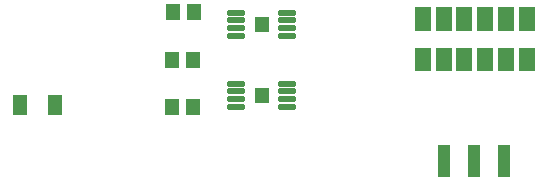
<source format=gbr>
%TF.GenerationSoftware,KiCad,Pcbnew,(6.0.5)*%
%TF.CreationDate,2023-06-19T01:06:53+02:00*%
%TF.ProjectId,PCB_Hoja,5043425f-486f-46a6-912e-6b696361645f,rev?*%
%TF.SameCoordinates,Original*%
%TF.FileFunction,Paste,Top*%
%TF.FilePolarity,Positive*%
%FSLAX46Y46*%
G04 Gerber Fmt 4.6, Leading zero omitted, Abs format (unit mm)*
G04 Created by KiCad (PCBNEW (6.0.5)) date 2023-06-19 01:06:53*
%MOMM*%
%LPD*%
G01*
G04 APERTURE LIST*
G04 Aperture macros list*
%AMRoundRect*
0 Rectangle with rounded corners*
0 $1 Rounding radius*
0 $2 $3 $4 $5 $6 $7 $8 $9 X,Y pos of 4 corners*
0 Add a 4 corners polygon primitive as box body*
4,1,4,$2,$3,$4,$5,$6,$7,$8,$9,$2,$3,0*
0 Add four circle primitives for the rounded corners*
1,1,$1+$1,$2,$3*
1,1,$1+$1,$4,$5*
1,1,$1+$1,$6,$7*
1,1,$1+$1,$8,$9*
0 Add four rect primitives between the rounded corners*
20,1,$1+$1,$2,$3,$4,$5,0*
20,1,$1+$1,$4,$5,$6,$7,0*
20,1,$1+$1,$6,$7,$8,$9,0*
20,1,$1+$1,$8,$9,$2,$3,0*%
G04 Aperture macros list end*
%ADD10C,0.010000*%
%ADD11R,1.150000X1.450000*%
%ADD12RoundRect,0.028800X-0.696200X-0.211200X0.696200X-0.211200X0.696200X0.211200X-0.696200X0.211200X0*%
%ADD13RoundRect,0.028800X0.696200X0.211200X-0.696200X0.211200X-0.696200X-0.211200X0.696200X-0.211200X0*%
%ADD14R,1.160000X1.820000*%
%ADD15R,1.050000X2.790000*%
G04 APERTURE END LIST*
%TO.C,R1*%
G36*
X137130000Y-74595000D02*
G01*
X136070000Y-74595000D01*
X136070000Y-73405000D01*
X137130000Y-73405000D01*
X137130000Y-74595000D01*
G37*
D10*
X137130000Y-74595000D02*
X136070000Y-74595000D01*
X136070000Y-73405000D01*
X137130000Y-73405000D01*
X137130000Y-74595000D01*
%TO.C,VR1*%
G36*
X152590000Y-77905000D02*
G01*
X151330000Y-77905000D01*
X151330000Y-75995000D01*
X152590000Y-75995000D01*
X152590000Y-77905000D01*
G37*
X152590000Y-77905000D02*
X151330000Y-77905000D01*
X151330000Y-75995000D01*
X152590000Y-75995000D01*
X152590000Y-77905000D01*
G36*
X156110000Y-74485000D02*
G01*
X154850000Y-74485000D01*
X154850000Y-72575000D01*
X156110000Y-72575000D01*
X156110000Y-74485000D01*
G37*
X156110000Y-74485000D02*
X154850000Y-74485000D01*
X154850000Y-72575000D01*
X156110000Y-72575000D01*
X156110000Y-74485000D01*
G36*
X154350000Y-74485000D02*
G01*
X153090000Y-74485000D01*
X153090000Y-72575000D01*
X154350000Y-72575000D01*
X154350000Y-74485000D01*
G37*
X154350000Y-74485000D02*
X153090000Y-74485000D01*
X153090000Y-72575000D01*
X154350000Y-72575000D01*
X154350000Y-74485000D01*
G36*
X159630000Y-74485000D02*
G01*
X158370000Y-74485000D01*
X158370000Y-72575000D01*
X159630000Y-72575000D01*
X159630000Y-74485000D01*
G37*
X159630000Y-74485000D02*
X158370000Y-74485000D01*
X158370000Y-72575000D01*
X159630000Y-72575000D01*
X159630000Y-74485000D01*
G36*
X159630000Y-77905000D02*
G01*
X158370000Y-77905000D01*
X158370000Y-75995000D01*
X159630000Y-75995000D01*
X159630000Y-77905000D01*
G37*
X159630000Y-77905000D02*
X158370000Y-77905000D01*
X158370000Y-75995000D01*
X159630000Y-75995000D01*
X159630000Y-77905000D01*
G36*
X150830000Y-74485000D02*
G01*
X149570000Y-74485000D01*
X149570000Y-72575000D01*
X150830000Y-72575000D01*
X150830000Y-74485000D01*
G37*
X150830000Y-74485000D02*
X149570000Y-74485000D01*
X149570000Y-72575000D01*
X150830000Y-72575000D01*
X150830000Y-74485000D01*
G36*
X157870000Y-77905000D02*
G01*
X156610000Y-77905000D01*
X156610000Y-75995000D01*
X157870000Y-75995000D01*
X157870000Y-77905000D01*
G37*
X157870000Y-77905000D02*
X156610000Y-77905000D01*
X156610000Y-75995000D01*
X157870000Y-75995000D01*
X157870000Y-77905000D01*
G36*
X152590000Y-74485000D02*
G01*
X151330000Y-74485000D01*
X151330000Y-72575000D01*
X152590000Y-72575000D01*
X152590000Y-74485000D01*
G37*
X152590000Y-74485000D02*
X151330000Y-74485000D01*
X151330000Y-72575000D01*
X152590000Y-72575000D01*
X152590000Y-74485000D01*
G36*
X157870000Y-74485000D02*
G01*
X156610000Y-74485000D01*
X156610000Y-72575000D01*
X157870000Y-72575000D01*
X157870000Y-74485000D01*
G37*
X157870000Y-74485000D02*
X156610000Y-74485000D01*
X156610000Y-72575000D01*
X157870000Y-72575000D01*
X157870000Y-74485000D01*
G36*
X156110000Y-77905000D02*
G01*
X154850000Y-77905000D01*
X154850000Y-75995000D01*
X156110000Y-75995000D01*
X156110000Y-77905000D01*
G37*
X156110000Y-77905000D02*
X154850000Y-77905000D01*
X154850000Y-75995000D01*
X156110000Y-75995000D01*
X156110000Y-77905000D01*
G36*
X154350000Y-77905000D02*
G01*
X153090000Y-77905000D01*
X153090000Y-75995000D01*
X154350000Y-75995000D01*
X154350000Y-77905000D01*
G37*
X154350000Y-77905000D02*
X153090000Y-77905000D01*
X153090000Y-75995000D01*
X154350000Y-75995000D01*
X154350000Y-77905000D01*
G36*
X150830000Y-77905000D02*
G01*
X149570000Y-77905000D01*
X149570000Y-75995000D01*
X150830000Y-75995000D01*
X150830000Y-77905000D01*
G37*
X150830000Y-77905000D02*
X149570000Y-77905000D01*
X149570000Y-75995000D01*
X150830000Y-75995000D01*
X150830000Y-77905000D01*
%TO.C,R2*%
G36*
X137130000Y-80595000D02*
G01*
X136070000Y-80595000D01*
X136070000Y-79405000D01*
X137130000Y-79405000D01*
X137130000Y-80595000D01*
G37*
X137130000Y-80595000D02*
X136070000Y-80595000D01*
X136070000Y-79405000D01*
X137130000Y-79405000D01*
X137130000Y-80595000D01*
%TD*%
D11*
%TO.C,C1*%
X129100000Y-73000000D03*
X130900000Y-73000000D03*
%TD*%
D12*
%TO.C,R1*%
X134440000Y-73025000D03*
X134440000Y-73675000D03*
X134440000Y-74325000D03*
X134440000Y-74975000D03*
D13*
X138760000Y-74975000D03*
X138760000Y-74325000D03*
X138760000Y-73675000D03*
X138760000Y-73025000D03*
%TD*%
D11*
%TO.C,C4*%
X129000000Y-77000000D03*
X130800000Y-77000000D03*
%TD*%
D14*
%TO.C,R5*%
X116125000Y-80800000D03*
X119075000Y-80800000D03*
%TD*%
D11*
%TO.C,C5*%
X129000000Y-81000000D03*
X130800000Y-81000000D03*
%TD*%
D15*
%TO.C,VR1*%
X152060000Y-85590000D03*
X154600000Y-85590000D03*
X157140000Y-85590000D03*
%TD*%
D12*
%TO.C,R2*%
X134440000Y-79025000D03*
X134440000Y-79675000D03*
X134440000Y-80325000D03*
X134440000Y-80975000D03*
D13*
X138760000Y-80975000D03*
X138760000Y-80325000D03*
X138760000Y-79675000D03*
X138760000Y-79025000D03*
%TD*%
M02*

</source>
